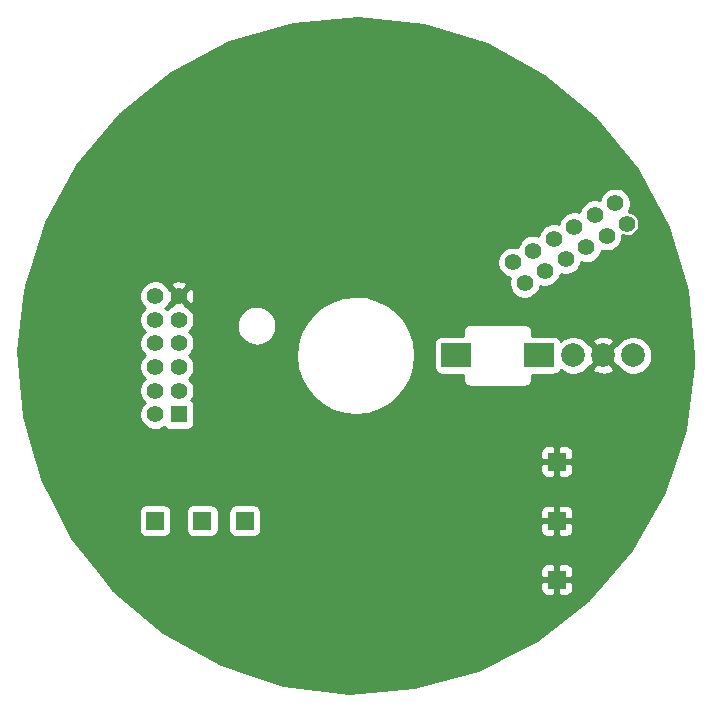
<source format=gbr>
G04 #@! TF.FileFunction,Copper,L2,Bot,Plane*
%FSLAX46Y46*%
G04 Gerber Fmt 4.6, Leading zero omitted, Abs format (unit mm)*
G04 Created by KiCad (PCBNEW 4.0.5-e0-6337~49~ubuntu14.04.1) date Wed Jan 18 13:11:49 2017*
%MOMM*%
%LPD*%
G01*
G04 APERTURE LIST*
%ADD10C,0.150000*%
%ADD11R,1.500000X1.500000*%
%ADD12C,1.400000*%
%ADD13R,1.400000X1.400000*%
%ADD14C,0.800000*%
%ADD15C,2.000000*%
%ADD16R,2.500000X2.000000*%
%ADD17C,0.254000*%
G04 APERTURE END LIST*
D10*
D11*
X217020000Y-114030000D03*
D12*
X185000000Y-101000000D03*
X185000000Y-103000000D03*
D13*
X185000000Y-105000000D03*
D12*
X185000000Y-99000000D03*
X185000000Y-97000000D03*
X185000000Y-95000000D03*
X183000000Y-95000000D03*
X183000000Y-97000000D03*
X183000000Y-99000000D03*
X183000000Y-101000000D03*
X183000000Y-103000000D03*
X183000000Y-105000000D03*
D11*
X183000000Y-114000000D03*
X187000000Y-114000000D03*
X190600000Y-114000000D03*
X217020000Y-118990000D03*
X217020000Y-109000000D03*
D14*
X190400000Y-95200000D03*
X199300000Y-88800000D03*
X210000000Y-96500000D03*
X195620000Y-94800000D03*
X211200000Y-106600000D03*
X186280000Y-109580000D03*
X206300000Y-86600000D03*
X197450000Y-112250000D03*
X195326000Y-84378800D03*
X203911200Y-95097600D03*
D15*
X218400000Y-100000000D03*
X220940000Y-100000000D03*
X223480000Y-100000000D03*
D16*
X215500000Y-100000000D03*
X208500000Y-100000000D03*
D12*
X218500000Y-89133975D03*
X220232051Y-88133975D03*
X221964102Y-87133975D03*
X216767949Y-90133975D03*
X215035898Y-91133975D03*
X213303848Y-92133975D03*
X214303848Y-93866025D03*
X216035898Y-92866025D03*
X217767949Y-91866025D03*
X219500000Y-90866025D03*
X221232051Y-89866025D03*
X222964102Y-88866025D03*
D17*
G36*
X205743791Y-72018433D02*
X211069383Y-73666979D01*
X215973345Y-76318542D01*
X220268888Y-79872124D01*
X223792395Y-84192370D01*
X226409657Y-89114725D01*
X228020984Y-94451696D01*
X228565000Y-100000000D01*
X228553863Y-100797582D01*
X227855141Y-106328533D01*
X226095426Y-111618432D01*
X223341744Y-116465789D01*
X219698982Y-120685969D01*
X215305892Y-124118227D01*
X210329806Y-126631829D01*
X204960260Y-128131033D01*
X199401780Y-128558735D01*
X193866085Y-127898644D01*
X188564030Y-126175901D01*
X183697567Y-123456127D01*
X179452059Y-119842916D01*
X179002529Y-119275750D01*
X215635000Y-119275750D01*
X215635000Y-119802542D01*
X215659403Y-119925223D01*
X215707270Y-120040785D01*
X215776763Y-120144789D01*
X215865211Y-120233237D01*
X215969215Y-120302730D01*
X216084777Y-120350597D01*
X216207458Y-120375000D01*
X216734250Y-120375000D01*
X216893000Y-120216250D01*
X216893000Y-119117000D01*
X217147000Y-119117000D01*
X217147000Y-120216250D01*
X217305750Y-120375000D01*
X217832542Y-120375000D01*
X217955223Y-120350597D01*
X218070785Y-120302730D01*
X218174789Y-120233237D01*
X218263237Y-120144789D01*
X218332730Y-120040785D01*
X218380597Y-119925223D01*
X218405000Y-119802542D01*
X218405000Y-119275750D01*
X218246250Y-119117000D01*
X217147000Y-119117000D01*
X216893000Y-119117000D01*
X215793750Y-119117000D01*
X215635000Y-119275750D01*
X179002529Y-119275750D01*
X178132034Y-118177458D01*
X215635000Y-118177458D01*
X215635000Y-118704250D01*
X215793750Y-118863000D01*
X216893000Y-118863000D01*
X216893000Y-117763750D01*
X217147000Y-117763750D01*
X217147000Y-118863000D01*
X218246250Y-118863000D01*
X218405000Y-118704250D01*
X218405000Y-118177458D01*
X218380597Y-118054777D01*
X218332730Y-117939215D01*
X218263237Y-117835211D01*
X218174789Y-117746763D01*
X218070785Y-117677270D01*
X217955223Y-117629403D01*
X217832542Y-117605000D01*
X217305750Y-117605000D01*
X217147000Y-117763750D01*
X216893000Y-117763750D01*
X216734250Y-117605000D01*
X216207458Y-117605000D01*
X216084777Y-117629403D01*
X215969215Y-117677270D01*
X215865211Y-117746763D01*
X215776763Y-117835211D01*
X215707270Y-117939215D01*
X215659403Y-118054777D01*
X215635000Y-118177458D01*
X178132034Y-118177458D01*
X175989215Y-115473895D01*
X174846289Y-113250000D01*
X181611928Y-113250000D01*
X181611928Y-114750000D01*
X181619992Y-114851121D01*
X181673106Y-115022634D01*
X181771900Y-115172559D01*
X181908550Y-115289025D01*
X182072237Y-115362810D01*
X182250000Y-115388072D01*
X183750000Y-115388072D01*
X183851121Y-115380008D01*
X184022634Y-115326894D01*
X184172559Y-115228100D01*
X184289025Y-115091450D01*
X184362810Y-114927763D01*
X184388072Y-114750000D01*
X184388072Y-113250000D01*
X185611928Y-113250000D01*
X185611928Y-114750000D01*
X185619992Y-114851121D01*
X185673106Y-115022634D01*
X185771900Y-115172559D01*
X185908550Y-115289025D01*
X186072237Y-115362810D01*
X186250000Y-115388072D01*
X187750000Y-115388072D01*
X187851121Y-115380008D01*
X188022634Y-115326894D01*
X188172559Y-115228100D01*
X188289025Y-115091450D01*
X188362810Y-114927763D01*
X188388072Y-114750000D01*
X188388072Y-113250000D01*
X189211928Y-113250000D01*
X189211928Y-114750000D01*
X189219992Y-114851121D01*
X189273106Y-115022634D01*
X189371900Y-115172559D01*
X189508550Y-115289025D01*
X189672237Y-115362810D01*
X189850000Y-115388072D01*
X191350000Y-115388072D01*
X191451121Y-115380008D01*
X191622634Y-115326894D01*
X191772559Y-115228100D01*
X191889025Y-115091450D01*
X191962810Y-114927763D01*
X191988072Y-114750000D01*
X191988072Y-114315750D01*
X215635000Y-114315750D01*
X215635000Y-114842542D01*
X215659403Y-114965223D01*
X215707270Y-115080785D01*
X215776763Y-115184789D01*
X215865211Y-115273237D01*
X215969215Y-115342730D01*
X216084777Y-115390597D01*
X216207458Y-115415000D01*
X216734250Y-115415000D01*
X216893000Y-115256250D01*
X216893000Y-114157000D01*
X217147000Y-114157000D01*
X217147000Y-115256250D01*
X217305750Y-115415000D01*
X217832542Y-115415000D01*
X217955223Y-115390597D01*
X218070785Y-115342730D01*
X218174789Y-115273237D01*
X218263237Y-115184789D01*
X218332730Y-115080785D01*
X218380597Y-114965223D01*
X218405000Y-114842542D01*
X218405000Y-114315750D01*
X218246250Y-114157000D01*
X217147000Y-114157000D01*
X216893000Y-114157000D01*
X215793750Y-114157000D01*
X215635000Y-114315750D01*
X191988072Y-114315750D01*
X191988072Y-113250000D01*
X191985477Y-113217458D01*
X215635000Y-113217458D01*
X215635000Y-113744250D01*
X215793750Y-113903000D01*
X216893000Y-113903000D01*
X216893000Y-112803750D01*
X217147000Y-112803750D01*
X217147000Y-113903000D01*
X218246250Y-113903000D01*
X218405000Y-113744250D01*
X218405000Y-113217458D01*
X218380597Y-113094777D01*
X218332730Y-112979215D01*
X218263237Y-112875211D01*
X218174789Y-112786763D01*
X218070785Y-112717270D01*
X217955223Y-112669403D01*
X217832542Y-112645000D01*
X217305750Y-112645000D01*
X217147000Y-112803750D01*
X216893000Y-112803750D01*
X216734250Y-112645000D01*
X216207458Y-112645000D01*
X216084777Y-112669403D01*
X215969215Y-112717270D01*
X215865211Y-112786763D01*
X215776763Y-112875211D01*
X215707270Y-112979215D01*
X215659403Y-113094777D01*
X215635000Y-113217458D01*
X191985477Y-113217458D01*
X191980008Y-113148879D01*
X191926894Y-112977366D01*
X191828100Y-112827441D01*
X191691450Y-112710975D01*
X191527763Y-112637190D01*
X191350000Y-112611928D01*
X189850000Y-112611928D01*
X189748879Y-112619992D01*
X189577366Y-112673106D01*
X189427441Y-112771900D01*
X189310975Y-112908550D01*
X189237190Y-113072237D01*
X189211928Y-113250000D01*
X188388072Y-113250000D01*
X188380008Y-113148879D01*
X188326894Y-112977366D01*
X188228100Y-112827441D01*
X188091450Y-112710975D01*
X187927763Y-112637190D01*
X187750000Y-112611928D01*
X186250000Y-112611928D01*
X186148879Y-112619992D01*
X185977366Y-112673106D01*
X185827441Y-112771900D01*
X185710975Y-112908550D01*
X185637190Y-113072237D01*
X185611928Y-113250000D01*
X184388072Y-113250000D01*
X184380008Y-113148879D01*
X184326894Y-112977366D01*
X184228100Y-112827441D01*
X184091450Y-112710975D01*
X183927763Y-112637190D01*
X183750000Y-112611928D01*
X182250000Y-112611928D01*
X182148879Y-112619992D01*
X181977366Y-112673106D01*
X181827441Y-112771900D01*
X181710975Y-112908550D01*
X181637190Y-113072237D01*
X181611928Y-113250000D01*
X174846289Y-113250000D01*
X173440935Y-110515478D01*
X173088317Y-109285750D01*
X215635000Y-109285750D01*
X215635000Y-109812542D01*
X215659403Y-109935223D01*
X215707270Y-110050785D01*
X215776763Y-110154789D01*
X215865211Y-110243237D01*
X215969215Y-110312730D01*
X216084777Y-110360597D01*
X216207458Y-110385000D01*
X216734250Y-110385000D01*
X216893000Y-110226250D01*
X216893000Y-109127000D01*
X217147000Y-109127000D01*
X217147000Y-110226250D01*
X217305750Y-110385000D01*
X217832542Y-110385000D01*
X217955223Y-110360597D01*
X218070785Y-110312730D01*
X218174789Y-110243237D01*
X218263237Y-110154789D01*
X218332730Y-110050785D01*
X218380597Y-109935223D01*
X218405000Y-109812542D01*
X218405000Y-109285750D01*
X218246250Y-109127000D01*
X217147000Y-109127000D01*
X216893000Y-109127000D01*
X215793750Y-109127000D01*
X215635000Y-109285750D01*
X173088317Y-109285750D01*
X172773387Y-108187458D01*
X215635000Y-108187458D01*
X215635000Y-108714250D01*
X215793750Y-108873000D01*
X216893000Y-108873000D01*
X216893000Y-107773750D01*
X217147000Y-107773750D01*
X217147000Y-108873000D01*
X218246250Y-108873000D01*
X218405000Y-108714250D01*
X218405000Y-108187458D01*
X218380597Y-108064777D01*
X218332730Y-107949215D01*
X218263237Y-107845211D01*
X218174789Y-107756763D01*
X218070785Y-107687270D01*
X217955223Y-107639403D01*
X217832542Y-107615000D01*
X217305750Y-107615000D01*
X217147000Y-107773750D01*
X216893000Y-107773750D01*
X216734250Y-107615000D01*
X216207458Y-107615000D01*
X216084777Y-107639403D01*
X215969215Y-107687270D01*
X215865211Y-107756763D01*
X215776763Y-107845211D01*
X215707270Y-107949215D01*
X215659403Y-108064777D01*
X215635000Y-108187458D01*
X172773387Y-108187458D01*
X171904281Y-105156529D01*
X171437784Y-99601170D01*
X171941297Y-95112250D01*
X181663246Y-95112250D01*
X181710507Y-95369756D01*
X181806884Y-95613178D01*
X181948707Y-95833244D01*
X182111338Y-96001652D01*
X181972383Y-96137727D01*
X181824471Y-96353747D01*
X181721334Y-96594383D01*
X181666901Y-96850469D01*
X181663246Y-97112250D01*
X181710507Y-97369756D01*
X181806884Y-97613178D01*
X181948707Y-97833244D01*
X182111338Y-98001652D01*
X181972383Y-98137727D01*
X181824471Y-98353747D01*
X181721334Y-98594383D01*
X181666901Y-98850469D01*
X181663246Y-99112250D01*
X181710507Y-99369756D01*
X181806884Y-99613178D01*
X181948707Y-99833244D01*
X182111338Y-100001652D01*
X181972383Y-100137727D01*
X181824471Y-100353747D01*
X181721334Y-100594383D01*
X181666901Y-100850469D01*
X181663246Y-101112250D01*
X181710507Y-101369756D01*
X181806884Y-101613178D01*
X181948707Y-101833244D01*
X182111338Y-102001652D01*
X181972383Y-102137727D01*
X181824471Y-102353747D01*
X181721334Y-102594383D01*
X181666901Y-102850469D01*
X181663246Y-103112250D01*
X181710507Y-103369756D01*
X181806884Y-103613178D01*
X181948707Y-103833244D01*
X182111338Y-104001652D01*
X181972383Y-104137727D01*
X181824471Y-104353747D01*
X181721334Y-104594383D01*
X181666901Y-104850469D01*
X181663246Y-105112250D01*
X181710507Y-105369756D01*
X181806884Y-105613178D01*
X181948707Y-105833244D01*
X182130574Y-106021572D01*
X182345556Y-106170989D01*
X182585466Y-106275803D01*
X182841166Y-106332023D01*
X183102915Y-106337505D01*
X183360745Y-106292043D01*
X183604834Y-106197367D01*
X183792652Y-106078174D01*
X183821900Y-106122559D01*
X183958550Y-106239025D01*
X184122237Y-106312810D01*
X184300000Y-106338072D01*
X185700000Y-106338072D01*
X185801121Y-106330008D01*
X185972634Y-106276894D01*
X186122559Y-106178100D01*
X186239025Y-106041450D01*
X186312810Y-105877763D01*
X186338072Y-105700000D01*
X186338072Y-104300000D01*
X186330008Y-104198879D01*
X186276894Y-104027366D01*
X186178100Y-103877441D01*
X186076141Y-103790542D01*
X186166392Y-103662603D01*
X186272878Y-103423430D01*
X186330881Y-103168129D01*
X186335057Y-102869097D01*
X186284205Y-102612276D01*
X186184438Y-102370223D01*
X186039556Y-102152159D01*
X185887179Y-101998714D01*
X186015478Y-101876537D01*
X186166392Y-101662603D01*
X186272878Y-101423430D01*
X186330881Y-101168129D01*
X186335057Y-100869097D01*
X186284205Y-100612276D01*
X186184438Y-100370223D01*
X186039556Y-100152159D01*
X185958490Y-100070524D01*
X194949430Y-100070524D01*
X195059316Y-101050175D01*
X195357390Y-101989825D01*
X195832301Y-102853683D01*
X196465957Y-103608846D01*
X197234224Y-104226548D01*
X198107839Y-104683263D01*
X199053525Y-104961594D01*
X200035263Y-105050939D01*
X201015657Y-104947895D01*
X201957365Y-104656388D01*
X202824518Y-104187520D01*
X203584086Y-103559151D01*
X204207137Y-102795215D01*
X204669939Y-101924810D01*
X204954865Y-100981090D01*
X205051062Y-100000000D01*
X205049093Y-99858966D01*
X204940581Y-99000000D01*
X206611928Y-99000000D01*
X206611928Y-101000000D01*
X206619992Y-101101121D01*
X206673106Y-101272634D01*
X206771900Y-101422559D01*
X206908550Y-101539025D01*
X207072237Y-101612810D01*
X207250000Y-101638072D01*
X209065000Y-101638072D01*
X209065000Y-102000000D01*
X209071290Y-102064145D01*
X209077133Y-102128356D01*
X209077812Y-102130662D01*
X209078046Y-102133051D01*
X209096666Y-102194723D01*
X209114879Y-102256606D01*
X209115992Y-102258736D01*
X209116686Y-102261033D01*
X209146916Y-102317886D01*
X209176816Y-102375081D01*
X209178323Y-102376955D01*
X209179449Y-102379073D01*
X209220157Y-102428986D01*
X209260586Y-102479269D01*
X209262427Y-102480813D01*
X209263944Y-102482674D01*
X209313616Y-102523766D01*
X209362998Y-102565203D01*
X209365102Y-102566360D01*
X209366953Y-102567891D01*
X209423639Y-102598541D01*
X209480150Y-102629608D01*
X209482442Y-102630335D01*
X209484552Y-102631476D01*
X209546084Y-102650524D01*
X209607580Y-102670031D01*
X209609968Y-102670299D01*
X209612262Y-102671009D01*
X209676366Y-102677746D01*
X209740436Y-102684933D01*
X209745050Y-102684965D01*
X209745218Y-102684983D01*
X209745386Y-102684968D01*
X209750000Y-102685000D01*
X214250000Y-102685000D01*
X214314145Y-102678710D01*
X214378356Y-102672867D01*
X214380662Y-102672188D01*
X214383051Y-102671954D01*
X214444723Y-102653334D01*
X214506606Y-102635121D01*
X214508736Y-102634008D01*
X214511033Y-102633314D01*
X214567886Y-102603084D01*
X214625081Y-102573184D01*
X214626955Y-102571677D01*
X214629073Y-102570551D01*
X214678986Y-102529843D01*
X214729269Y-102489414D01*
X214730813Y-102487573D01*
X214732674Y-102486056D01*
X214773766Y-102436384D01*
X214815203Y-102387002D01*
X214816360Y-102384898D01*
X214817891Y-102383047D01*
X214848541Y-102326361D01*
X214879608Y-102269850D01*
X214880335Y-102267558D01*
X214881476Y-102265448D01*
X214900524Y-102203916D01*
X214920031Y-102142420D01*
X214920299Y-102140032D01*
X214921009Y-102137738D01*
X214927746Y-102073634D01*
X214934933Y-102009564D01*
X214934965Y-102004950D01*
X214934983Y-102004782D01*
X214934968Y-102004614D01*
X214935000Y-102000000D01*
X214935000Y-101638072D01*
X216750000Y-101638072D01*
X216851121Y-101630008D01*
X217022634Y-101576894D01*
X217172559Y-101478100D01*
X217289025Y-101341450D01*
X217331472Y-101247283D01*
X217335197Y-101251140D01*
X217598490Y-101434133D01*
X217892313Y-101562501D01*
X218205473Y-101631354D01*
X218526043Y-101638069D01*
X218841811Y-101582390D01*
X219140752Y-101466439D01*
X219411477Y-101294632D01*
X219578673Y-101135413D01*
X219984192Y-101135413D01*
X220079956Y-101399814D01*
X220369571Y-101540704D01*
X220681108Y-101622384D01*
X221002595Y-101641718D01*
X221321675Y-101597961D01*
X221626088Y-101492795D01*
X221800044Y-101399814D01*
X221895808Y-101135413D01*
X220940000Y-100179605D01*
X219984192Y-101135413D01*
X219578673Y-101135413D01*
X219643676Y-101073512D01*
X219742556Y-100933341D01*
X219804587Y-100955808D01*
X220760395Y-100000000D01*
X221119605Y-100000000D01*
X222075413Y-100955808D01*
X222136514Y-100933678D01*
X222192461Y-101020491D01*
X222415197Y-101251140D01*
X222678490Y-101434133D01*
X222972313Y-101562501D01*
X223285473Y-101631354D01*
X223606043Y-101638069D01*
X223921811Y-101582390D01*
X224220752Y-101466439D01*
X224491477Y-101294632D01*
X224723676Y-101073512D01*
X224908503Y-100811503D01*
X225038919Y-100518583D01*
X225109956Y-100205911D01*
X225115070Y-99839680D01*
X225052791Y-99525146D01*
X224930604Y-99228700D01*
X224753165Y-98961632D01*
X224527231Y-98734115D01*
X224261408Y-98554816D01*
X223965822Y-98430563D01*
X223651731Y-98366089D01*
X223331099Y-98363851D01*
X223016138Y-98423933D01*
X222718846Y-98544046D01*
X222450546Y-98719617D01*
X222221457Y-98943957D01*
X222137442Y-99066658D01*
X222075413Y-99044192D01*
X221119605Y-100000000D01*
X220760395Y-100000000D01*
X219804587Y-99044192D01*
X219742869Y-99066546D01*
X219673165Y-98961632D01*
X219576796Y-98864587D01*
X219984192Y-98864587D01*
X220940000Y-99820395D01*
X221895808Y-98864587D01*
X221800044Y-98600186D01*
X221510429Y-98459296D01*
X221198892Y-98377616D01*
X220877405Y-98358282D01*
X220558325Y-98402039D01*
X220253912Y-98507205D01*
X220079956Y-98600186D01*
X219984192Y-98864587D01*
X219576796Y-98864587D01*
X219447231Y-98734115D01*
X219181408Y-98554816D01*
X218885822Y-98430563D01*
X218571731Y-98366089D01*
X218251099Y-98363851D01*
X217936138Y-98423933D01*
X217638846Y-98544046D01*
X217370546Y-98719617D01*
X217335210Y-98754220D01*
X217326894Y-98727366D01*
X217228100Y-98577441D01*
X217091450Y-98460975D01*
X216927763Y-98387190D01*
X216750000Y-98361928D01*
X214935000Y-98361928D01*
X214935000Y-98000000D01*
X214928710Y-97935855D01*
X214922867Y-97871644D01*
X214922188Y-97869338D01*
X214921954Y-97866949D01*
X214903334Y-97805277D01*
X214885121Y-97743394D01*
X214884008Y-97741264D01*
X214883314Y-97738967D01*
X214853084Y-97682114D01*
X214823184Y-97624919D01*
X214821677Y-97623045D01*
X214820551Y-97620927D01*
X214779843Y-97571014D01*
X214739414Y-97520731D01*
X214737573Y-97519187D01*
X214736056Y-97517326D01*
X214686384Y-97476234D01*
X214637002Y-97434797D01*
X214634898Y-97433640D01*
X214633047Y-97432109D01*
X214576361Y-97401459D01*
X214519850Y-97370392D01*
X214517558Y-97369665D01*
X214515448Y-97368524D01*
X214453916Y-97349476D01*
X214392420Y-97329969D01*
X214390032Y-97329701D01*
X214387738Y-97328991D01*
X214323634Y-97322254D01*
X214259564Y-97315067D01*
X214254950Y-97315035D01*
X214254782Y-97315017D01*
X214254614Y-97315032D01*
X214250000Y-97315000D01*
X209750000Y-97315000D01*
X209616949Y-97328046D01*
X209488967Y-97366686D01*
X209370927Y-97429449D01*
X209267326Y-97513944D01*
X209182109Y-97616953D01*
X209118524Y-97734552D01*
X209078991Y-97862262D01*
X209065017Y-97995218D01*
X209067311Y-98020428D01*
X209065067Y-98040436D01*
X209065000Y-98050000D01*
X209065000Y-98361928D01*
X207250000Y-98361928D01*
X207148879Y-98369992D01*
X206977366Y-98423106D01*
X206827441Y-98521900D01*
X206710975Y-98658550D01*
X206637190Y-98822237D01*
X206611928Y-99000000D01*
X204940581Y-99000000D01*
X204925540Y-98880945D01*
X204614375Y-97945548D01*
X204127450Y-97088405D01*
X203483311Y-96342163D01*
X202706494Y-95735247D01*
X201826588Y-95290775D01*
X200877108Y-95025675D01*
X199894219Y-94950046D01*
X198915359Y-95066768D01*
X197977812Y-95371395D01*
X197117290Y-95852324D01*
X196366570Y-96491238D01*
X195754246Y-97263798D01*
X195303641Y-98140580D01*
X195031920Y-99088187D01*
X194949430Y-100070524D01*
X185958490Y-100070524D01*
X185887179Y-99998714D01*
X186015478Y-99876537D01*
X186166392Y-99662603D01*
X186272878Y-99423430D01*
X186330881Y-99168129D01*
X186335057Y-98869097D01*
X186284205Y-98612276D01*
X186184438Y-98370223D01*
X186039556Y-98152159D01*
X185887179Y-97998714D01*
X186015478Y-97876537D01*
X186166392Y-97662603D01*
X186228312Y-97523526D01*
X189915164Y-97523526D01*
X189951821Y-97850331D01*
X190051257Y-98163792D01*
X190209684Y-98451969D01*
X190421067Y-98703886D01*
X190677356Y-98909948D01*
X190968788Y-99062305D01*
X191284262Y-99155154D01*
X191611763Y-99184959D01*
X191938816Y-99150584D01*
X192252964Y-99053339D01*
X192542240Y-98896928D01*
X192795627Y-98687309D01*
X193003472Y-98432465D01*
X193157860Y-98142104D01*
X193252909Y-97827285D01*
X193285000Y-97500000D01*
X193284343Y-97452952D01*
X193243127Y-97126691D01*
X193139324Y-96814649D01*
X192976889Y-96528712D01*
X192762009Y-96279770D01*
X192502868Y-96077307D01*
X192209337Y-95929034D01*
X191892597Y-95840599D01*
X191564712Y-95815370D01*
X191238171Y-95854307D01*
X190925412Y-95955929D01*
X190638348Y-96116364D01*
X190387912Y-96329501D01*
X190183645Y-96587222D01*
X190033327Y-96879710D01*
X189942682Y-97195825D01*
X189915164Y-97523526D01*
X186228312Y-97523526D01*
X186272878Y-97423430D01*
X186330881Y-97168129D01*
X186335057Y-96869097D01*
X186284205Y-96612276D01*
X186184438Y-96370223D01*
X186039556Y-96152159D01*
X185855078Y-95966388D01*
X185645259Y-95824864D01*
X185000000Y-95179605D01*
X184349295Y-95830310D01*
X184159437Y-95954550D01*
X183999173Y-96111493D01*
X183887179Y-95998714D01*
X184015478Y-95876537D01*
X184166392Y-95662603D01*
X184173294Y-95647101D01*
X184820395Y-95000000D01*
X185179605Y-95000000D01*
X185921269Y-95741664D01*
X186155037Y-95682203D01*
X186265934Y-95443758D01*
X186328183Y-95188260D01*
X186339390Y-94925527D01*
X186299125Y-94665656D01*
X186208935Y-94418634D01*
X186155037Y-94317797D01*
X185921269Y-94258336D01*
X185179605Y-95000000D01*
X184820395Y-95000000D01*
X184172203Y-94351808D01*
X184039556Y-94152159D01*
X183966640Y-94078731D01*
X184258336Y-94078731D01*
X185000000Y-94820395D01*
X185741664Y-94078731D01*
X185682203Y-93844963D01*
X185443758Y-93734066D01*
X185188260Y-93671817D01*
X184925527Y-93660610D01*
X184665656Y-93700875D01*
X184418634Y-93791065D01*
X184317797Y-93844963D01*
X184258336Y-94078731D01*
X183966640Y-94078731D01*
X183855078Y-93966388D01*
X183638030Y-93819988D01*
X183396680Y-93718533D01*
X183140221Y-93665890D01*
X182878420Y-93664062D01*
X182621251Y-93713120D01*
X182378507Y-93811194D01*
X182159437Y-93954550D01*
X181972383Y-94137727D01*
X181824471Y-94353747D01*
X181721334Y-94594383D01*
X181666901Y-94850469D01*
X181663246Y-95112250D01*
X171941297Y-95112250D01*
X172059214Y-94061003D01*
X172634895Y-92246225D01*
X211967094Y-92246225D01*
X212014355Y-92503731D01*
X212110732Y-92747153D01*
X212252555Y-92967219D01*
X212434422Y-93155547D01*
X212649404Y-93304964D01*
X212889314Y-93409778D01*
X213033312Y-93441438D01*
X213025182Y-93460408D01*
X212970749Y-93716494D01*
X212967094Y-93978275D01*
X213014355Y-94235781D01*
X213110732Y-94479203D01*
X213252555Y-94699269D01*
X213434422Y-94887597D01*
X213649404Y-95037014D01*
X213889314Y-95141828D01*
X214145014Y-95198048D01*
X214406763Y-95203530D01*
X214664593Y-95158068D01*
X214908682Y-95063392D01*
X215129733Y-94923109D01*
X215319326Y-94742562D01*
X215470240Y-94528628D01*
X215576726Y-94289455D01*
X215611268Y-94137417D01*
X215621364Y-94141828D01*
X215877064Y-94198048D01*
X216138813Y-94203530D01*
X216396643Y-94158068D01*
X216640732Y-94063392D01*
X216861783Y-93923109D01*
X217051376Y-93742562D01*
X217202290Y-93528628D01*
X217308776Y-93289455D01*
X217343318Y-93137417D01*
X217353415Y-93141828D01*
X217609115Y-93198048D01*
X217870864Y-93203530D01*
X218128694Y-93158068D01*
X218372783Y-93063392D01*
X218593834Y-92923109D01*
X218783427Y-92742562D01*
X218934341Y-92528628D01*
X219040827Y-92289455D01*
X219075369Y-92137417D01*
X219085466Y-92141828D01*
X219341166Y-92198048D01*
X219602915Y-92203530D01*
X219860745Y-92158068D01*
X220104834Y-92063392D01*
X220325885Y-91923109D01*
X220515478Y-91742562D01*
X220666392Y-91528628D01*
X220772878Y-91289455D01*
X220807420Y-91137417D01*
X220817517Y-91141828D01*
X221073217Y-91198048D01*
X221334966Y-91203530D01*
X221592796Y-91158068D01*
X221836885Y-91063392D01*
X222057936Y-90923109D01*
X222247529Y-90742562D01*
X222398443Y-90528628D01*
X222504929Y-90289455D01*
X222562932Y-90034154D01*
X222565901Y-89821569D01*
X222642722Y-89855131D01*
X222840961Y-89898717D01*
X223043890Y-89902968D01*
X223243781Y-89867722D01*
X223433018Y-89794321D01*
X223604395Y-89685562D01*
X223751383Y-89545588D01*
X223868384Y-89379728D01*
X223950941Y-89194303D01*
X223995909Y-88996373D01*
X223999146Y-88764538D01*
X223959722Y-88565430D01*
X223882375Y-88377771D01*
X223770050Y-88208709D01*
X223627028Y-88064685D01*
X223458755Y-87951183D01*
X223271641Y-87872528D01*
X223101547Y-87837613D01*
X223130494Y-87796578D01*
X223236980Y-87557405D01*
X223294983Y-87302104D01*
X223299159Y-87003072D01*
X223248307Y-86746251D01*
X223148540Y-86504198D01*
X223003658Y-86286134D01*
X222819180Y-86100363D01*
X222602132Y-85953963D01*
X222360782Y-85852508D01*
X222104323Y-85799865D01*
X221842522Y-85798037D01*
X221585353Y-85847095D01*
X221342609Y-85945169D01*
X221123539Y-86088525D01*
X220936485Y-86271702D01*
X220788573Y-86487722D01*
X220685436Y-86728358D01*
X220656560Y-86864206D01*
X220628731Y-86852508D01*
X220372272Y-86799865D01*
X220110471Y-86798037D01*
X219853302Y-86847095D01*
X219610558Y-86945169D01*
X219391488Y-87088525D01*
X219204434Y-87271702D01*
X219056522Y-87487722D01*
X218953385Y-87728358D01*
X218924509Y-87864206D01*
X218896680Y-87852508D01*
X218640221Y-87799865D01*
X218378420Y-87798037D01*
X218121251Y-87847095D01*
X217878507Y-87945169D01*
X217659437Y-88088525D01*
X217472383Y-88271702D01*
X217324471Y-88487722D01*
X217221334Y-88728358D01*
X217192458Y-88864206D01*
X217164629Y-88852508D01*
X216908170Y-88799865D01*
X216646369Y-88798037D01*
X216389200Y-88847095D01*
X216146456Y-88945169D01*
X215927386Y-89088525D01*
X215740332Y-89271702D01*
X215592420Y-89487722D01*
X215489283Y-89728358D01*
X215460407Y-89864206D01*
X215432578Y-89852508D01*
X215176119Y-89799865D01*
X214914318Y-89798037D01*
X214657149Y-89847095D01*
X214414405Y-89945169D01*
X214195335Y-90088525D01*
X214008281Y-90271702D01*
X213860369Y-90487722D01*
X213757232Y-90728358D01*
X213728356Y-90864206D01*
X213700528Y-90852508D01*
X213444069Y-90799865D01*
X213182268Y-90798037D01*
X212925099Y-90847095D01*
X212682355Y-90945169D01*
X212463285Y-91088525D01*
X212276231Y-91271702D01*
X212128319Y-91487722D01*
X212025182Y-91728358D01*
X211970749Y-91984444D01*
X211967094Y-92246225D01*
X172634895Y-92246225D01*
X173744899Y-88747049D01*
X176430633Y-83861718D01*
X180014117Y-79591088D01*
X184358857Y-76097827D01*
X189299363Y-73514993D01*
X194647453Y-71940965D01*
X200199420Y-71435696D01*
X205743791Y-72018433D01*
X205743791Y-72018433D01*
G37*
X205743791Y-72018433D02*
X211069383Y-73666979D01*
X215973345Y-76318542D01*
X220268888Y-79872124D01*
X223792395Y-84192370D01*
X226409657Y-89114725D01*
X228020984Y-94451696D01*
X228565000Y-100000000D01*
X228553863Y-100797582D01*
X227855141Y-106328533D01*
X226095426Y-111618432D01*
X223341744Y-116465789D01*
X219698982Y-120685969D01*
X215305892Y-124118227D01*
X210329806Y-126631829D01*
X204960260Y-128131033D01*
X199401780Y-128558735D01*
X193866085Y-127898644D01*
X188564030Y-126175901D01*
X183697567Y-123456127D01*
X179452059Y-119842916D01*
X179002529Y-119275750D01*
X215635000Y-119275750D01*
X215635000Y-119802542D01*
X215659403Y-119925223D01*
X215707270Y-120040785D01*
X215776763Y-120144789D01*
X215865211Y-120233237D01*
X215969215Y-120302730D01*
X216084777Y-120350597D01*
X216207458Y-120375000D01*
X216734250Y-120375000D01*
X216893000Y-120216250D01*
X216893000Y-119117000D01*
X217147000Y-119117000D01*
X217147000Y-120216250D01*
X217305750Y-120375000D01*
X217832542Y-120375000D01*
X217955223Y-120350597D01*
X218070785Y-120302730D01*
X218174789Y-120233237D01*
X218263237Y-120144789D01*
X218332730Y-120040785D01*
X218380597Y-119925223D01*
X218405000Y-119802542D01*
X218405000Y-119275750D01*
X218246250Y-119117000D01*
X217147000Y-119117000D01*
X216893000Y-119117000D01*
X215793750Y-119117000D01*
X215635000Y-119275750D01*
X179002529Y-119275750D01*
X178132034Y-118177458D01*
X215635000Y-118177458D01*
X215635000Y-118704250D01*
X215793750Y-118863000D01*
X216893000Y-118863000D01*
X216893000Y-117763750D01*
X217147000Y-117763750D01*
X217147000Y-118863000D01*
X218246250Y-118863000D01*
X218405000Y-118704250D01*
X218405000Y-118177458D01*
X218380597Y-118054777D01*
X218332730Y-117939215D01*
X218263237Y-117835211D01*
X218174789Y-117746763D01*
X218070785Y-117677270D01*
X217955223Y-117629403D01*
X217832542Y-117605000D01*
X217305750Y-117605000D01*
X217147000Y-117763750D01*
X216893000Y-117763750D01*
X216734250Y-117605000D01*
X216207458Y-117605000D01*
X216084777Y-117629403D01*
X215969215Y-117677270D01*
X215865211Y-117746763D01*
X215776763Y-117835211D01*
X215707270Y-117939215D01*
X215659403Y-118054777D01*
X215635000Y-118177458D01*
X178132034Y-118177458D01*
X175989215Y-115473895D01*
X174846289Y-113250000D01*
X181611928Y-113250000D01*
X181611928Y-114750000D01*
X181619992Y-114851121D01*
X181673106Y-115022634D01*
X181771900Y-115172559D01*
X181908550Y-115289025D01*
X182072237Y-115362810D01*
X182250000Y-115388072D01*
X183750000Y-115388072D01*
X183851121Y-115380008D01*
X184022634Y-115326894D01*
X184172559Y-115228100D01*
X184289025Y-115091450D01*
X184362810Y-114927763D01*
X184388072Y-114750000D01*
X184388072Y-113250000D01*
X185611928Y-113250000D01*
X185611928Y-114750000D01*
X185619992Y-114851121D01*
X185673106Y-115022634D01*
X185771900Y-115172559D01*
X185908550Y-115289025D01*
X186072237Y-115362810D01*
X186250000Y-115388072D01*
X187750000Y-115388072D01*
X187851121Y-115380008D01*
X188022634Y-115326894D01*
X188172559Y-115228100D01*
X188289025Y-115091450D01*
X188362810Y-114927763D01*
X188388072Y-114750000D01*
X188388072Y-113250000D01*
X189211928Y-113250000D01*
X189211928Y-114750000D01*
X189219992Y-114851121D01*
X189273106Y-115022634D01*
X189371900Y-115172559D01*
X189508550Y-115289025D01*
X189672237Y-115362810D01*
X189850000Y-115388072D01*
X191350000Y-115388072D01*
X191451121Y-115380008D01*
X191622634Y-115326894D01*
X191772559Y-115228100D01*
X191889025Y-115091450D01*
X191962810Y-114927763D01*
X191988072Y-114750000D01*
X191988072Y-114315750D01*
X215635000Y-114315750D01*
X215635000Y-114842542D01*
X215659403Y-114965223D01*
X215707270Y-115080785D01*
X215776763Y-115184789D01*
X215865211Y-115273237D01*
X215969215Y-115342730D01*
X216084777Y-115390597D01*
X216207458Y-115415000D01*
X216734250Y-115415000D01*
X216893000Y-115256250D01*
X216893000Y-114157000D01*
X217147000Y-114157000D01*
X217147000Y-115256250D01*
X217305750Y-115415000D01*
X217832542Y-115415000D01*
X217955223Y-115390597D01*
X218070785Y-115342730D01*
X218174789Y-115273237D01*
X218263237Y-115184789D01*
X218332730Y-115080785D01*
X218380597Y-114965223D01*
X218405000Y-114842542D01*
X218405000Y-114315750D01*
X218246250Y-114157000D01*
X217147000Y-114157000D01*
X216893000Y-114157000D01*
X215793750Y-114157000D01*
X215635000Y-114315750D01*
X191988072Y-114315750D01*
X191988072Y-113250000D01*
X191985477Y-113217458D01*
X215635000Y-113217458D01*
X215635000Y-113744250D01*
X215793750Y-113903000D01*
X216893000Y-113903000D01*
X216893000Y-112803750D01*
X217147000Y-112803750D01*
X217147000Y-113903000D01*
X218246250Y-113903000D01*
X218405000Y-113744250D01*
X218405000Y-113217458D01*
X218380597Y-113094777D01*
X218332730Y-112979215D01*
X218263237Y-112875211D01*
X218174789Y-112786763D01*
X218070785Y-112717270D01*
X217955223Y-112669403D01*
X217832542Y-112645000D01*
X217305750Y-112645000D01*
X217147000Y-112803750D01*
X216893000Y-112803750D01*
X216734250Y-112645000D01*
X216207458Y-112645000D01*
X216084777Y-112669403D01*
X215969215Y-112717270D01*
X215865211Y-112786763D01*
X215776763Y-112875211D01*
X215707270Y-112979215D01*
X215659403Y-113094777D01*
X215635000Y-113217458D01*
X191985477Y-113217458D01*
X191980008Y-113148879D01*
X191926894Y-112977366D01*
X191828100Y-112827441D01*
X191691450Y-112710975D01*
X191527763Y-112637190D01*
X191350000Y-112611928D01*
X189850000Y-112611928D01*
X189748879Y-112619992D01*
X189577366Y-112673106D01*
X189427441Y-112771900D01*
X189310975Y-112908550D01*
X189237190Y-113072237D01*
X189211928Y-113250000D01*
X188388072Y-113250000D01*
X188380008Y-113148879D01*
X188326894Y-112977366D01*
X188228100Y-112827441D01*
X188091450Y-112710975D01*
X187927763Y-112637190D01*
X187750000Y-112611928D01*
X186250000Y-112611928D01*
X186148879Y-112619992D01*
X185977366Y-112673106D01*
X185827441Y-112771900D01*
X185710975Y-112908550D01*
X185637190Y-113072237D01*
X185611928Y-113250000D01*
X184388072Y-113250000D01*
X184380008Y-113148879D01*
X184326894Y-112977366D01*
X184228100Y-112827441D01*
X184091450Y-112710975D01*
X183927763Y-112637190D01*
X183750000Y-112611928D01*
X182250000Y-112611928D01*
X182148879Y-112619992D01*
X181977366Y-112673106D01*
X181827441Y-112771900D01*
X181710975Y-112908550D01*
X181637190Y-113072237D01*
X181611928Y-113250000D01*
X174846289Y-113250000D01*
X173440935Y-110515478D01*
X173088317Y-109285750D01*
X215635000Y-109285750D01*
X215635000Y-109812542D01*
X215659403Y-109935223D01*
X215707270Y-110050785D01*
X215776763Y-110154789D01*
X215865211Y-110243237D01*
X215969215Y-110312730D01*
X216084777Y-110360597D01*
X216207458Y-110385000D01*
X216734250Y-110385000D01*
X216893000Y-110226250D01*
X216893000Y-109127000D01*
X217147000Y-109127000D01*
X217147000Y-110226250D01*
X217305750Y-110385000D01*
X217832542Y-110385000D01*
X217955223Y-110360597D01*
X218070785Y-110312730D01*
X218174789Y-110243237D01*
X218263237Y-110154789D01*
X218332730Y-110050785D01*
X218380597Y-109935223D01*
X218405000Y-109812542D01*
X218405000Y-109285750D01*
X218246250Y-109127000D01*
X217147000Y-109127000D01*
X216893000Y-109127000D01*
X215793750Y-109127000D01*
X215635000Y-109285750D01*
X173088317Y-109285750D01*
X172773387Y-108187458D01*
X215635000Y-108187458D01*
X215635000Y-108714250D01*
X215793750Y-108873000D01*
X216893000Y-108873000D01*
X216893000Y-107773750D01*
X217147000Y-107773750D01*
X217147000Y-108873000D01*
X218246250Y-108873000D01*
X218405000Y-108714250D01*
X218405000Y-108187458D01*
X218380597Y-108064777D01*
X218332730Y-107949215D01*
X218263237Y-107845211D01*
X218174789Y-107756763D01*
X218070785Y-107687270D01*
X217955223Y-107639403D01*
X217832542Y-107615000D01*
X217305750Y-107615000D01*
X217147000Y-107773750D01*
X216893000Y-107773750D01*
X216734250Y-107615000D01*
X216207458Y-107615000D01*
X216084777Y-107639403D01*
X215969215Y-107687270D01*
X215865211Y-107756763D01*
X215776763Y-107845211D01*
X215707270Y-107949215D01*
X215659403Y-108064777D01*
X215635000Y-108187458D01*
X172773387Y-108187458D01*
X171904281Y-105156529D01*
X171437784Y-99601170D01*
X171941297Y-95112250D01*
X181663246Y-95112250D01*
X181710507Y-95369756D01*
X181806884Y-95613178D01*
X181948707Y-95833244D01*
X182111338Y-96001652D01*
X181972383Y-96137727D01*
X181824471Y-96353747D01*
X181721334Y-96594383D01*
X181666901Y-96850469D01*
X181663246Y-97112250D01*
X181710507Y-97369756D01*
X181806884Y-97613178D01*
X181948707Y-97833244D01*
X182111338Y-98001652D01*
X181972383Y-98137727D01*
X181824471Y-98353747D01*
X181721334Y-98594383D01*
X181666901Y-98850469D01*
X181663246Y-99112250D01*
X181710507Y-99369756D01*
X181806884Y-99613178D01*
X181948707Y-99833244D01*
X182111338Y-100001652D01*
X181972383Y-100137727D01*
X181824471Y-100353747D01*
X181721334Y-100594383D01*
X181666901Y-100850469D01*
X181663246Y-101112250D01*
X181710507Y-101369756D01*
X181806884Y-101613178D01*
X181948707Y-101833244D01*
X182111338Y-102001652D01*
X181972383Y-102137727D01*
X181824471Y-102353747D01*
X181721334Y-102594383D01*
X181666901Y-102850469D01*
X181663246Y-103112250D01*
X181710507Y-103369756D01*
X181806884Y-103613178D01*
X181948707Y-103833244D01*
X182111338Y-104001652D01*
X181972383Y-104137727D01*
X181824471Y-104353747D01*
X181721334Y-104594383D01*
X181666901Y-104850469D01*
X181663246Y-105112250D01*
X181710507Y-105369756D01*
X181806884Y-105613178D01*
X181948707Y-105833244D01*
X182130574Y-106021572D01*
X182345556Y-106170989D01*
X182585466Y-106275803D01*
X182841166Y-106332023D01*
X183102915Y-106337505D01*
X183360745Y-106292043D01*
X183604834Y-106197367D01*
X183792652Y-106078174D01*
X183821900Y-106122559D01*
X183958550Y-106239025D01*
X184122237Y-106312810D01*
X184300000Y-106338072D01*
X185700000Y-106338072D01*
X185801121Y-106330008D01*
X185972634Y-106276894D01*
X186122559Y-106178100D01*
X186239025Y-106041450D01*
X186312810Y-105877763D01*
X186338072Y-105700000D01*
X186338072Y-104300000D01*
X186330008Y-104198879D01*
X186276894Y-104027366D01*
X186178100Y-103877441D01*
X186076141Y-103790542D01*
X186166392Y-103662603D01*
X186272878Y-103423430D01*
X186330881Y-103168129D01*
X186335057Y-102869097D01*
X186284205Y-102612276D01*
X186184438Y-102370223D01*
X186039556Y-102152159D01*
X185887179Y-101998714D01*
X186015478Y-101876537D01*
X186166392Y-101662603D01*
X186272878Y-101423430D01*
X186330881Y-101168129D01*
X186335057Y-100869097D01*
X186284205Y-100612276D01*
X186184438Y-100370223D01*
X186039556Y-100152159D01*
X185958490Y-100070524D01*
X194949430Y-100070524D01*
X195059316Y-101050175D01*
X195357390Y-101989825D01*
X195832301Y-102853683D01*
X196465957Y-103608846D01*
X197234224Y-104226548D01*
X198107839Y-104683263D01*
X199053525Y-104961594D01*
X200035263Y-105050939D01*
X201015657Y-104947895D01*
X201957365Y-104656388D01*
X202824518Y-104187520D01*
X203584086Y-103559151D01*
X204207137Y-102795215D01*
X204669939Y-101924810D01*
X204954865Y-100981090D01*
X205051062Y-100000000D01*
X205049093Y-99858966D01*
X204940581Y-99000000D01*
X206611928Y-99000000D01*
X206611928Y-101000000D01*
X206619992Y-101101121D01*
X206673106Y-101272634D01*
X206771900Y-101422559D01*
X206908550Y-101539025D01*
X207072237Y-101612810D01*
X207250000Y-101638072D01*
X209065000Y-101638072D01*
X209065000Y-102000000D01*
X209071290Y-102064145D01*
X209077133Y-102128356D01*
X209077812Y-102130662D01*
X209078046Y-102133051D01*
X209096666Y-102194723D01*
X209114879Y-102256606D01*
X209115992Y-102258736D01*
X209116686Y-102261033D01*
X209146916Y-102317886D01*
X209176816Y-102375081D01*
X209178323Y-102376955D01*
X209179449Y-102379073D01*
X209220157Y-102428986D01*
X209260586Y-102479269D01*
X209262427Y-102480813D01*
X209263944Y-102482674D01*
X209313616Y-102523766D01*
X209362998Y-102565203D01*
X209365102Y-102566360D01*
X209366953Y-102567891D01*
X209423639Y-102598541D01*
X209480150Y-102629608D01*
X209482442Y-102630335D01*
X209484552Y-102631476D01*
X209546084Y-102650524D01*
X209607580Y-102670031D01*
X209609968Y-102670299D01*
X209612262Y-102671009D01*
X209676366Y-102677746D01*
X209740436Y-102684933D01*
X209745050Y-102684965D01*
X209745218Y-102684983D01*
X209745386Y-102684968D01*
X209750000Y-102685000D01*
X214250000Y-102685000D01*
X214314145Y-102678710D01*
X214378356Y-102672867D01*
X214380662Y-102672188D01*
X214383051Y-102671954D01*
X214444723Y-102653334D01*
X214506606Y-102635121D01*
X214508736Y-102634008D01*
X214511033Y-102633314D01*
X214567886Y-102603084D01*
X214625081Y-102573184D01*
X214626955Y-102571677D01*
X214629073Y-102570551D01*
X214678986Y-102529843D01*
X214729269Y-102489414D01*
X214730813Y-102487573D01*
X214732674Y-102486056D01*
X214773766Y-102436384D01*
X214815203Y-102387002D01*
X214816360Y-102384898D01*
X214817891Y-102383047D01*
X214848541Y-102326361D01*
X214879608Y-102269850D01*
X214880335Y-102267558D01*
X214881476Y-102265448D01*
X214900524Y-102203916D01*
X214920031Y-102142420D01*
X214920299Y-102140032D01*
X214921009Y-102137738D01*
X214927746Y-102073634D01*
X214934933Y-102009564D01*
X214934965Y-102004950D01*
X214934983Y-102004782D01*
X214934968Y-102004614D01*
X214935000Y-102000000D01*
X214935000Y-101638072D01*
X216750000Y-101638072D01*
X216851121Y-101630008D01*
X217022634Y-101576894D01*
X217172559Y-101478100D01*
X217289025Y-101341450D01*
X217331472Y-101247283D01*
X217335197Y-101251140D01*
X217598490Y-101434133D01*
X217892313Y-101562501D01*
X218205473Y-101631354D01*
X218526043Y-101638069D01*
X218841811Y-101582390D01*
X219140752Y-101466439D01*
X219411477Y-101294632D01*
X219578673Y-101135413D01*
X219984192Y-101135413D01*
X220079956Y-101399814D01*
X220369571Y-101540704D01*
X220681108Y-101622384D01*
X221002595Y-101641718D01*
X221321675Y-101597961D01*
X221626088Y-101492795D01*
X221800044Y-101399814D01*
X221895808Y-101135413D01*
X220940000Y-100179605D01*
X219984192Y-101135413D01*
X219578673Y-101135413D01*
X219643676Y-101073512D01*
X219742556Y-100933341D01*
X219804587Y-100955808D01*
X220760395Y-100000000D01*
X221119605Y-100000000D01*
X222075413Y-100955808D01*
X222136514Y-100933678D01*
X222192461Y-101020491D01*
X222415197Y-101251140D01*
X222678490Y-101434133D01*
X222972313Y-101562501D01*
X223285473Y-101631354D01*
X223606043Y-101638069D01*
X223921811Y-101582390D01*
X224220752Y-101466439D01*
X224491477Y-101294632D01*
X224723676Y-101073512D01*
X224908503Y-100811503D01*
X225038919Y-100518583D01*
X225109956Y-100205911D01*
X225115070Y-99839680D01*
X225052791Y-99525146D01*
X224930604Y-99228700D01*
X224753165Y-98961632D01*
X224527231Y-98734115D01*
X224261408Y-98554816D01*
X223965822Y-98430563D01*
X223651731Y-98366089D01*
X223331099Y-98363851D01*
X223016138Y-98423933D01*
X222718846Y-98544046D01*
X222450546Y-98719617D01*
X222221457Y-98943957D01*
X222137442Y-99066658D01*
X222075413Y-99044192D01*
X221119605Y-100000000D01*
X220760395Y-100000000D01*
X219804587Y-99044192D01*
X219742869Y-99066546D01*
X219673165Y-98961632D01*
X219576796Y-98864587D01*
X219984192Y-98864587D01*
X220940000Y-99820395D01*
X221895808Y-98864587D01*
X221800044Y-98600186D01*
X221510429Y-98459296D01*
X221198892Y-98377616D01*
X220877405Y-98358282D01*
X220558325Y-98402039D01*
X220253912Y-98507205D01*
X220079956Y-98600186D01*
X219984192Y-98864587D01*
X219576796Y-98864587D01*
X219447231Y-98734115D01*
X219181408Y-98554816D01*
X218885822Y-98430563D01*
X218571731Y-98366089D01*
X218251099Y-98363851D01*
X217936138Y-98423933D01*
X217638846Y-98544046D01*
X217370546Y-98719617D01*
X217335210Y-98754220D01*
X217326894Y-98727366D01*
X217228100Y-98577441D01*
X217091450Y-98460975D01*
X216927763Y-98387190D01*
X216750000Y-98361928D01*
X214935000Y-98361928D01*
X214935000Y-98000000D01*
X214928710Y-97935855D01*
X214922867Y-97871644D01*
X214922188Y-97869338D01*
X214921954Y-97866949D01*
X214903334Y-97805277D01*
X214885121Y-97743394D01*
X214884008Y-97741264D01*
X214883314Y-97738967D01*
X214853084Y-97682114D01*
X214823184Y-97624919D01*
X214821677Y-97623045D01*
X214820551Y-97620927D01*
X214779843Y-97571014D01*
X214739414Y-97520731D01*
X214737573Y-97519187D01*
X214736056Y-97517326D01*
X214686384Y-97476234D01*
X214637002Y-97434797D01*
X214634898Y-97433640D01*
X214633047Y-97432109D01*
X214576361Y-97401459D01*
X214519850Y-97370392D01*
X214517558Y-97369665D01*
X214515448Y-97368524D01*
X214453916Y-97349476D01*
X214392420Y-97329969D01*
X214390032Y-97329701D01*
X214387738Y-97328991D01*
X214323634Y-97322254D01*
X214259564Y-97315067D01*
X214254950Y-97315035D01*
X214254782Y-97315017D01*
X214254614Y-97315032D01*
X214250000Y-97315000D01*
X209750000Y-97315000D01*
X209616949Y-97328046D01*
X209488967Y-97366686D01*
X209370927Y-97429449D01*
X209267326Y-97513944D01*
X209182109Y-97616953D01*
X209118524Y-97734552D01*
X209078991Y-97862262D01*
X209065017Y-97995218D01*
X209067311Y-98020428D01*
X209065067Y-98040436D01*
X209065000Y-98050000D01*
X209065000Y-98361928D01*
X207250000Y-98361928D01*
X207148879Y-98369992D01*
X206977366Y-98423106D01*
X206827441Y-98521900D01*
X206710975Y-98658550D01*
X206637190Y-98822237D01*
X206611928Y-99000000D01*
X204940581Y-99000000D01*
X204925540Y-98880945D01*
X204614375Y-97945548D01*
X204127450Y-97088405D01*
X203483311Y-96342163D01*
X202706494Y-95735247D01*
X201826588Y-95290775D01*
X200877108Y-95025675D01*
X199894219Y-94950046D01*
X198915359Y-95066768D01*
X197977812Y-95371395D01*
X197117290Y-95852324D01*
X196366570Y-96491238D01*
X195754246Y-97263798D01*
X195303641Y-98140580D01*
X195031920Y-99088187D01*
X194949430Y-100070524D01*
X185958490Y-100070524D01*
X185887179Y-99998714D01*
X186015478Y-99876537D01*
X186166392Y-99662603D01*
X186272878Y-99423430D01*
X186330881Y-99168129D01*
X186335057Y-98869097D01*
X186284205Y-98612276D01*
X186184438Y-98370223D01*
X186039556Y-98152159D01*
X185887179Y-97998714D01*
X186015478Y-97876537D01*
X186166392Y-97662603D01*
X186228312Y-97523526D01*
X189915164Y-97523526D01*
X189951821Y-97850331D01*
X190051257Y-98163792D01*
X190209684Y-98451969D01*
X190421067Y-98703886D01*
X190677356Y-98909948D01*
X190968788Y-99062305D01*
X191284262Y-99155154D01*
X191611763Y-99184959D01*
X191938816Y-99150584D01*
X192252964Y-99053339D01*
X192542240Y-98896928D01*
X192795627Y-98687309D01*
X193003472Y-98432465D01*
X193157860Y-98142104D01*
X193252909Y-97827285D01*
X193285000Y-97500000D01*
X193284343Y-97452952D01*
X193243127Y-97126691D01*
X193139324Y-96814649D01*
X192976889Y-96528712D01*
X192762009Y-96279770D01*
X192502868Y-96077307D01*
X192209337Y-95929034D01*
X191892597Y-95840599D01*
X191564712Y-95815370D01*
X191238171Y-95854307D01*
X190925412Y-95955929D01*
X190638348Y-96116364D01*
X190387912Y-96329501D01*
X190183645Y-96587222D01*
X190033327Y-96879710D01*
X189942682Y-97195825D01*
X189915164Y-97523526D01*
X186228312Y-97523526D01*
X186272878Y-97423430D01*
X186330881Y-97168129D01*
X186335057Y-96869097D01*
X186284205Y-96612276D01*
X186184438Y-96370223D01*
X186039556Y-96152159D01*
X185855078Y-95966388D01*
X185645259Y-95824864D01*
X185000000Y-95179605D01*
X184349295Y-95830310D01*
X184159437Y-95954550D01*
X183999173Y-96111493D01*
X183887179Y-95998714D01*
X184015478Y-95876537D01*
X184166392Y-95662603D01*
X184173294Y-95647101D01*
X184820395Y-95000000D01*
X185179605Y-95000000D01*
X185921269Y-95741664D01*
X186155037Y-95682203D01*
X186265934Y-95443758D01*
X186328183Y-95188260D01*
X186339390Y-94925527D01*
X186299125Y-94665656D01*
X186208935Y-94418634D01*
X186155037Y-94317797D01*
X185921269Y-94258336D01*
X185179605Y-95000000D01*
X184820395Y-95000000D01*
X184172203Y-94351808D01*
X184039556Y-94152159D01*
X183966640Y-94078731D01*
X184258336Y-94078731D01*
X185000000Y-94820395D01*
X185741664Y-94078731D01*
X185682203Y-93844963D01*
X185443758Y-93734066D01*
X185188260Y-93671817D01*
X184925527Y-93660610D01*
X184665656Y-93700875D01*
X184418634Y-93791065D01*
X184317797Y-93844963D01*
X184258336Y-94078731D01*
X183966640Y-94078731D01*
X183855078Y-93966388D01*
X183638030Y-93819988D01*
X183396680Y-93718533D01*
X183140221Y-93665890D01*
X182878420Y-93664062D01*
X182621251Y-93713120D01*
X182378507Y-93811194D01*
X182159437Y-93954550D01*
X181972383Y-94137727D01*
X181824471Y-94353747D01*
X181721334Y-94594383D01*
X181666901Y-94850469D01*
X181663246Y-95112250D01*
X171941297Y-95112250D01*
X172059214Y-94061003D01*
X172634895Y-92246225D01*
X211967094Y-92246225D01*
X212014355Y-92503731D01*
X212110732Y-92747153D01*
X212252555Y-92967219D01*
X212434422Y-93155547D01*
X212649404Y-93304964D01*
X212889314Y-93409778D01*
X213033312Y-93441438D01*
X213025182Y-93460408D01*
X212970749Y-93716494D01*
X212967094Y-93978275D01*
X213014355Y-94235781D01*
X213110732Y-94479203D01*
X213252555Y-94699269D01*
X213434422Y-94887597D01*
X213649404Y-95037014D01*
X213889314Y-95141828D01*
X214145014Y-95198048D01*
X214406763Y-95203530D01*
X214664593Y-95158068D01*
X214908682Y-95063392D01*
X215129733Y-94923109D01*
X215319326Y-94742562D01*
X215470240Y-94528628D01*
X215576726Y-94289455D01*
X215611268Y-94137417D01*
X215621364Y-94141828D01*
X215877064Y-94198048D01*
X216138813Y-94203530D01*
X216396643Y-94158068D01*
X216640732Y-94063392D01*
X216861783Y-93923109D01*
X217051376Y-93742562D01*
X217202290Y-93528628D01*
X217308776Y-93289455D01*
X217343318Y-93137417D01*
X217353415Y-93141828D01*
X217609115Y-93198048D01*
X217870864Y-93203530D01*
X218128694Y-93158068D01*
X218372783Y-93063392D01*
X218593834Y-92923109D01*
X218783427Y-92742562D01*
X218934341Y-92528628D01*
X219040827Y-92289455D01*
X219075369Y-92137417D01*
X219085466Y-92141828D01*
X219341166Y-92198048D01*
X219602915Y-92203530D01*
X219860745Y-92158068D01*
X220104834Y-92063392D01*
X220325885Y-91923109D01*
X220515478Y-91742562D01*
X220666392Y-91528628D01*
X220772878Y-91289455D01*
X220807420Y-91137417D01*
X220817517Y-91141828D01*
X221073217Y-91198048D01*
X221334966Y-91203530D01*
X221592796Y-91158068D01*
X221836885Y-91063392D01*
X222057936Y-90923109D01*
X222247529Y-90742562D01*
X222398443Y-90528628D01*
X222504929Y-90289455D01*
X222562932Y-90034154D01*
X222565901Y-89821569D01*
X222642722Y-89855131D01*
X222840961Y-89898717D01*
X223043890Y-89902968D01*
X223243781Y-89867722D01*
X223433018Y-89794321D01*
X223604395Y-89685562D01*
X223751383Y-89545588D01*
X223868384Y-89379728D01*
X223950941Y-89194303D01*
X223995909Y-88996373D01*
X223999146Y-88764538D01*
X223959722Y-88565430D01*
X223882375Y-88377771D01*
X223770050Y-88208709D01*
X223627028Y-88064685D01*
X223458755Y-87951183D01*
X223271641Y-87872528D01*
X223101547Y-87837613D01*
X223130494Y-87796578D01*
X223236980Y-87557405D01*
X223294983Y-87302104D01*
X223299159Y-87003072D01*
X223248307Y-86746251D01*
X223148540Y-86504198D01*
X223003658Y-86286134D01*
X222819180Y-86100363D01*
X222602132Y-85953963D01*
X222360782Y-85852508D01*
X222104323Y-85799865D01*
X221842522Y-85798037D01*
X221585353Y-85847095D01*
X221342609Y-85945169D01*
X221123539Y-86088525D01*
X220936485Y-86271702D01*
X220788573Y-86487722D01*
X220685436Y-86728358D01*
X220656560Y-86864206D01*
X220628731Y-86852508D01*
X220372272Y-86799865D01*
X220110471Y-86798037D01*
X219853302Y-86847095D01*
X219610558Y-86945169D01*
X219391488Y-87088525D01*
X219204434Y-87271702D01*
X219056522Y-87487722D01*
X218953385Y-87728358D01*
X218924509Y-87864206D01*
X218896680Y-87852508D01*
X218640221Y-87799865D01*
X218378420Y-87798037D01*
X218121251Y-87847095D01*
X217878507Y-87945169D01*
X217659437Y-88088525D01*
X217472383Y-88271702D01*
X217324471Y-88487722D01*
X217221334Y-88728358D01*
X217192458Y-88864206D01*
X217164629Y-88852508D01*
X216908170Y-88799865D01*
X216646369Y-88798037D01*
X216389200Y-88847095D01*
X216146456Y-88945169D01*
X215927386Y-89088525D01*
X215740332Y-89271702D01*
X215592420Y-89487722D01*
X215489283Y-89728358D01*
X215460407Y-89864206D01*
X215432578Y-89852508D01*
X215176119Y-89799865D01*
X214914318Y-89798037D01*
X214657149Y-89847095D01*
X214414405Y-89945169D01*
X214195335Y-90088525D01*
X214008281Y-90271702D01*
X213860369Y-90487722D01*
X213757232Y-90728358D01*
X213728356Y-90864206D01*
X213700528Y-90852508D01*
X213444069Y-90799865D01*
X213182268Y-90798037D01*
X212925099Y-90847095D01*
X212682355Y-90945169D01*
X212463285Y-91088525D01*
X212276231Y-91271702D01*
X212128319Y-91487722D01*
X212025182Y-91728358D01*
X211970749Y-91984444D01*
X211967094Y-92246225D01*
X172634895Y-92246225D01*
X173744899Y-88747049D01*
X176430633Y-83861718D01*
X180014117Y-79591088D01*
X184358857Y-76097827D01*
X189299363Y-73514993D01*
X194647453Y-71940965D01*
X200199420Y-71435696D01*
X205743791Y-72018433D01*
M02*

</source>
